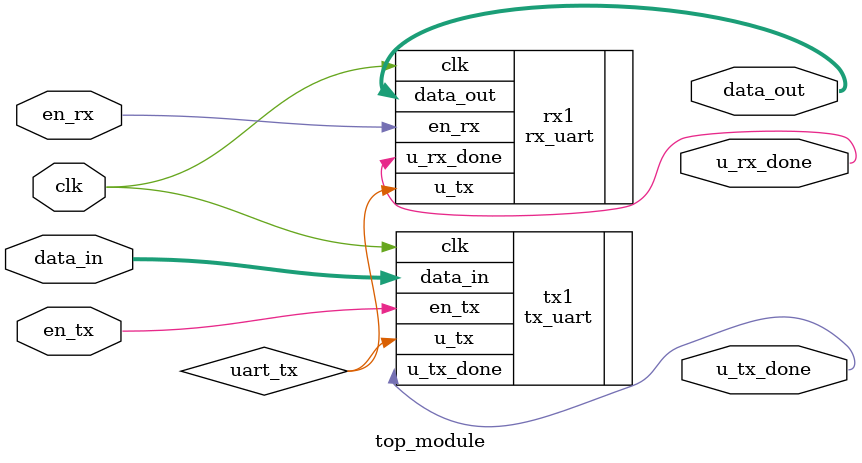
<source format=v>
`timescale 1ns / 1ps


module top_module(
    input clk,
    input en_tx,
    input en_rx,
    input [127:0]data_in,
    output u_tx_done,
    output u_rx_done,
    output [127:0]data_out
    );
   
   wire uart_tx;
    
    tx_uart tx1 (
        .clk(clk),
        .data_in(data_in), 
        .en_tx(en_tx),
        .u_tx(uart_tx),
        .u_tx_done(u_tx_done)
    );
    
    rx_uart rx1 (
        .clk(clk),
        .u_tx(uart_tx), 
        .en_rx(en_rx),
        .data_out(data_out),
        .u_rx_done(u_rx_done)
    );

endmodule

</source>
